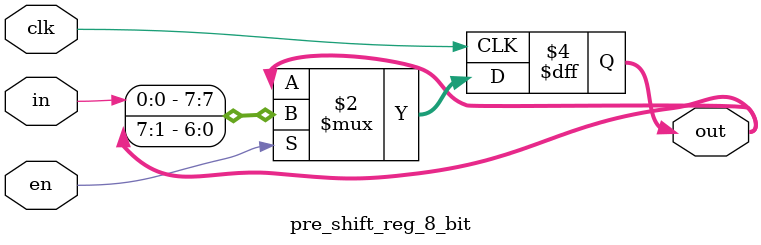
<source format=sv>
module pre_shift_reg_8_bit (input clk, en, in, output logic [7:0] out);
    always @(posedge clk) begin
        if (en)
            out <= {in, out[7:1]};
    end
endmodule
</source>
